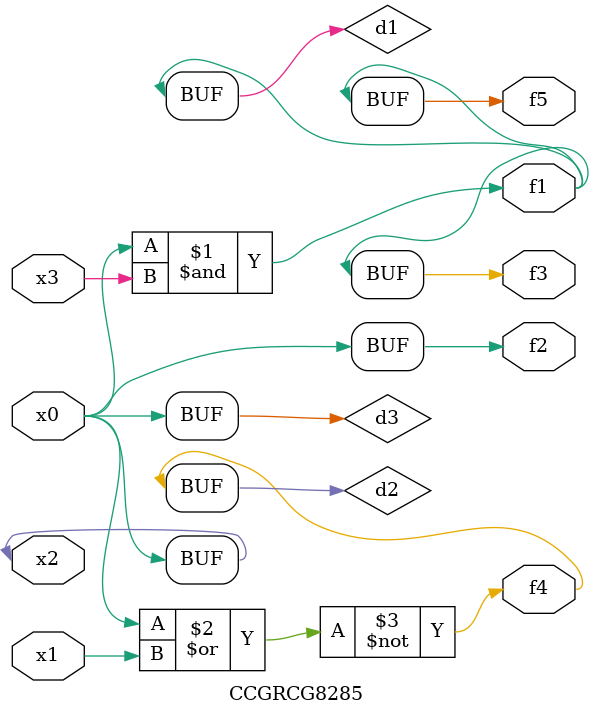
<source format=v>
module CCGRCG8285(
	input x0, x1, x2, x3,
	output f1, f2, f3, f4, f5
);

	wire d1, d2, d3;

	and (d1, x2, x3);
	nor (d2, x0, x1);
	buf (d3, x0, x2);
	assign f1 = d1;
	assign f2 = d3;
	assign f3 = d1;
	assign f4 = d2;
	assign f5 = d1;
endmodule

</source>
